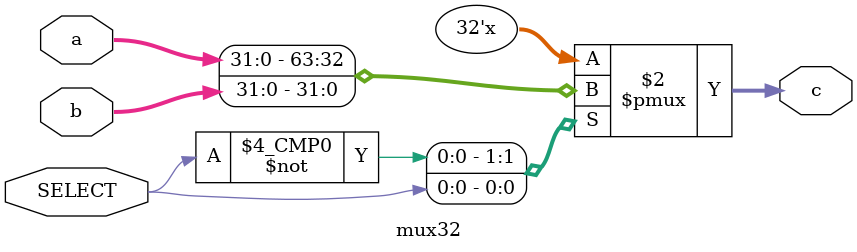
<source format=v>
`timescale  1ns/100ps

module mux32(a,b,SELECT,c);

input [31:0] a;
input [31:0] b;
input SELECT;

output reg[31:0] c;

always @(a,b,SELECT)           //case statement
begin
    case(SELECT)
            1'b0      : c = a ;  //a
            1'b1      : c = b ;  //b
        
    endcase
   
end

endmodule


</source>
